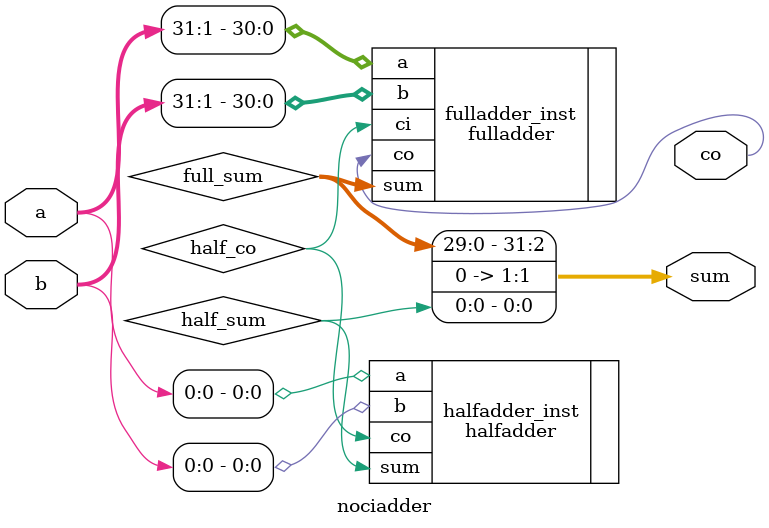
<source format=v>
module nociadder #(
  parameter  DATA_WIDTH = 32
)
(  
  input    [DATA_WIDTH-1 : 0] a,
  input    [DATA_WIDTH-1 : 0] b,
  output   [DATA_WIDTH-1 : 0] sum,
  output                      co
);

  wire half_co;
  wire half_sum;
  wire [DATA_WIDTH-2:0] full_sum;

  halfadder halfadder_inst(
                            .a  (a[0]),
                            .b  (b[0]),
                            .co (half_co),
                            .sum(half_sum)
  );

  fulladder #(
              .DATA_WIDTH(DATA_WIDTH-1)
  )fulladder_inst(
                  .a  (a[DATA_WIDTH-1:1]),
                  .b  (b[DATA_WIDTH-1:1]),
                  .ci (half_co),
                  .co (co),
                  .sum(full_sum)
  );

  assign sum = {full_sum<<1, half_sum};

endmodule : nociadder
</source>
